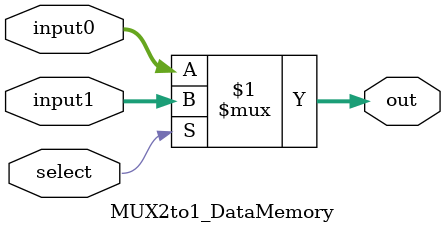
<source format=v>

module MUX2to1_DataMemory (
     input [31:0] input0,  
     input [31:0] input1,  
     input select,         
     output [31:0] out     
 );
 
     assign out = (select) ? input1 : input0; 
 
 endmodule

</source>
